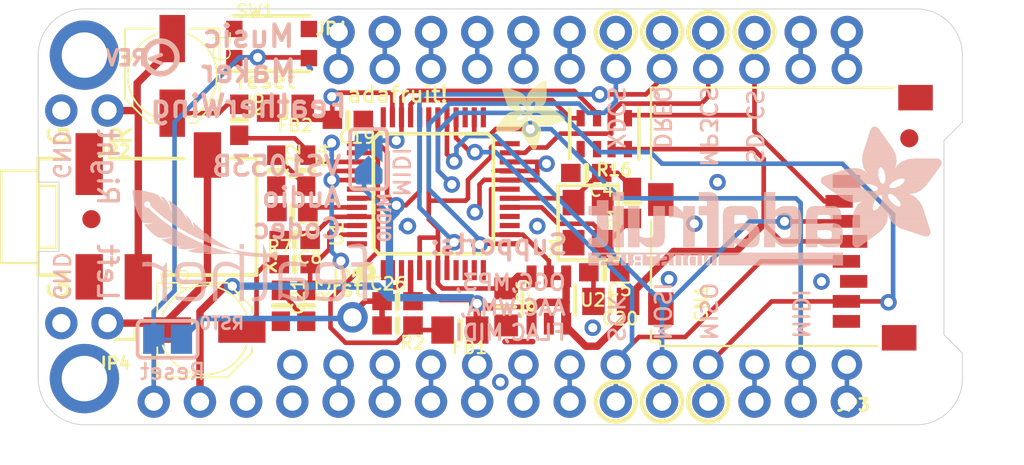
<source format=kicad_pcb>
(kicad_pcb (version 20211014) (generator pcbnew)
  (layers (0 "F.Cu" signal) (31 "B.Cu" signal) (34 "B.Paste" user) (35 "F.Paste" user) (36 "B.SilkS" user "B.Silkscreen") (37 "F.SilkS" user "F.Silkscreen") (38 "B.Mask" user) (39 "F.Mask" user) (44 "Edge.Cuts" user))
  (net 0 "")
  (net 1 "1.8V")
  (net 2 "3.3V")
  (net 3 "GND")
  (net 4 "AVDD")
  (net 5 "AGND")
  (net 6 "N$1")
  (net 7 "N$2")
  (net 8 "GPIO0")
  (net 9 "GPIO1")
  (net 10 "MISO")
  (net 11 "TX")
  (net 12 "MP3_RX")
  (net 13 "DREQ")
  (net 14 "CLKOUT")
  (net 15 "LEFT")
  (net 16 "RIGHT")
  (net 17 "N$5")
  (net 18 "N$6")
  (net 19 "RIGHT_FILTERED")
  (net 20 "LEFT_FILTERED")
  (net 21 "MP3CS")
  (net 22 "XDCS")
  (net 23 "R_OUT")
  (net 24 "L_OUT")
  (net 25 "N$3")
  (net 26 "MP3RST")
  (net 27 "MOSI")
  (net 28 "SCLK")
  (net 29 "SD_CS")
  (net 30 "VBAT")
  (net 31 "N$4")
  (net 32 "USB")
  (net 33 "N$7")
  (net 34 "N$8")
  (net 35 "N$9")
  (net 36 "N$10")
  (net 37 "N$11")
  (net 38 "N$12")
  (net 39 "N$13")
  (net 40 "N$14")
  (net 41 "N$15")
  (net 42 "N$16")
  (net 43 "N$17")
  (net 44 "N$18")
  (net 45 "N$19")
  (net 46 "~{RESET}")
  (footprint "FEATHERWING_NODIM" (layer "F.Cu") (at 123.1011 116.4336)
    (fp_text reference "MS1" hide)
    (fp_text value "FEATHERWING_NODIM" hide)
  )
  (footprint "1X02_ROUND" (layer "F.Cu") (at 125.6411 99.1616 180)
    (fp_text reference "JP2")
    (fp_text value "")
  )
  (footprint "1X02_ROUND" (layer "F.Cu") (at 125.6411 110.8456 180)
    (fp_text reference "JP4")
    (fp_text value "")
  )
  (footprint "0603-NO" (layer "F.Cu") (at 153.2255 102.5906 180)
    (fp_text reference "C4")
    (fp_text value "22pF")
  )
  (footprint "MICROSD" (layer "F.Cu") (at 156.8831 112.0521 90)
    (fp_text reference "CN1")
    (fp_text value "2908-05WB-M6")
  )
  (footprint "0603-NO" (layer "F.Cu") (at 137.1981 107.6071)
    (fp_text reference "R7")
    (fp_text value "100")
  )
  (footprint "0603-NO" (layer "F.Cu") (at 154.2161 108.0516 180)
    (fp_text reference "C5")
    (fp_text value "22pF")
  )
  (footprint "0603-NO" (layer "F.Cu") (at 142.8496 109.6391)
    (fp_text reference "C26")
    (fp_text value "0.1µF")
  )
  (footprint "1X13_ROUND_70" (layer "F.Cu") (at 152.3111 113.1316 180)
    (fp_text reference "JP3")
    (fp_text value "")
  )
  (footprint "PANASONIC_C" (layer "F.Cu") (at 130.4671 97.2566 -90)
    (fp_text reference "C1")
    (fp_text value "220uF")
  )
  (footprint "0603-NO" (layer "F.Cu") (at 142.8496 110.9726 180)
    (fp_text reference "R2")
    (fp_text value "100K")
  )
  (footprint "0805-NO" (layer "F.Cu") (at 136.6901 99.0346 180)
    (fp_text reference "FB2")
    (fp_text value "FERITTE")
  )
  (footprint "0603-NO" (layer "F.Cu") (at 140.1191 99.6696 180)
    (fp_text reference "C19")
    (fp_text value "1µF")
  )
  (footprint "CRYSTAL_3.2X2.5" (layer "F.Cu") (at 153.3271 105.3211 90)
    (fp_text reference "Y1")
    (fp_text value "ABM8G-12.288MHZ-4Y-T3")
  )
  (footprint "LQFP48" (layer "F.Cu") (at 144.8181 103.7336 90)
    (fp_text reference "U1")
    (fp_text value "VS1053B")
  )
  (footprint "BTN_KMR2_4.6X2.8" (layer "F.Cu") (at 135.9281 95.4786)
    (fp_text reference "SW1")
    (fp_text value "KMR2")
  )
  (footprint "0603-NO" (layer "F.Cu") (at 136.4361 109.8931 -90)
    (fp_text reference "C21")
    (fp_text value "10nF")
  )
  (footprint "4UCONN_18510" (layer "F.Cu") (at 123.1011 105.0036)
    (fp_text reference "X1")
    (fp_text value "")
  )
  (footprint "0603-NO" (layer "F.Cu") (at 137.1981 106.2736 180)
    (fp_text reference "C8")
    (fp_text value "1µF")
  )
  (footprint "ADAFRUIT_3.5MM" (layer "F.Cu") (at 148.2471 97.5106 -90)
    (fp_text reference "U$36" hide)
    (fp_text value "" hide)
  )
  (footprint "0603-NO" (layer "F.Cu") (at 137.8331 102.4636 -90)
    (fp_text reference "R4")
    (fp_text value "22")
  )
  (footprint "1X12_ROUND" (layer "F.Cu") (at 153.5811 96.8756)
    (fp_text reference "JP1")
    (fp_text value "")
  )
  (footprint "0603-NO" (layer "F.Cu") (at 155.7401 104.2416 90)
    (fp_text reference "R1")
    (fp_text value "1M")
  )
  (footprint "0805-NO" (layer "F.Cu") (at 146.2786 111.2266 180)
    (fp_text reference "FB1")
    (fp_text value "FERITTE")
  )
  (footprint "FIDUCIAL_1MM" (layer "F.Cu") (at 126.0221 105.1306 -90)
    (fp_text reference "FID2" hide)
    (fp_text value "FIDUCIAL\"\"" hide)
  )
  (footprint "0805-NO" (layer "F.Cu") (at 154.5717 109.6518 180)
    (fp_text reference "C20")
    (fp_text value "10µF")
  )
  (footprint "FIDUCIAL_1MM" (layer "F.Cu") (at 170.9801 100.6856)
    (fp_text reference "FID1" hide)
    (fp_text value "FIDUCIAL\"\"" hide)
  )
  (footprint "RESPACK_4X0603" (layer "F.Cu") (at 154.2161 100.4316 180)
    (fp_text reference "R16")
    (fp_text value "100K")
  )
  (footprint "1X01_ROUND" (layer "F.Cu") (at 140.3731 110.5281)
    (fp_text reference "JP5")
    (fp_text value "")
  )
  (footprint "0603-NO" (layer "F.Cu") (at 136.1821 102.4636 -90)
    (fp_text reference "C22")
    (fp_text value "10nF")
  )
  (footprint "0603-NO" (layer "F.Cu") (at 137.0711 104.7496 180)
    (fp_text reference "C3")
    (fp_text value "1uF")
  )
  (footprint "0603-NO" (layer "F.Cu") (at 137.8331 109.8931 -90)
    (fp_text reference "R3")
    (fp_text value "22")
  )
  (footprint "SOT23-6" (layer "F.Cu") (at 151.1681 109.5756)
    (fp_text reference "U2")
    (fp_text value "AP7312-1833W6-7")
  )
  (footprint "0603-NO" (layer "F.Cu") (at 134.1501 99.6696 -90)
    (fp_text reference "R6")
    (fp_text value "100")
  )
  (footprint "PANASONIC_C" (layer "F.Cu") (at 132.2451 111.2266)
    (fp_text reference "C2")
    (fp_text value "220uF")
  )
  (footprint "_0805MP" (layer "F.Cu") (at 148.8186 109.9566 -90)
    (fp_text reference "C6")
    (fp_text value "10µF")
  )
  (footprint "PCBFEAT-REV-040" (layer "B.Cu") (at 129.8321 96.2406 180)
    (fp_text reference "U$43" hide)
    (fp_text value "" hide)
  )
  (footprint "SOLDERJUMPER_ARROW_NOPASTE" (layer "B.Cu") (at 141.2621 101.8286 90)
    (fp_text reference "MIDI0")
    (fp_text value "")
  )
  (footprint "SOLDERJUMPER_CLOSEDWIRE" (layer "B.Cu") (at 130.2131 111.7346 180)
    (fp_text reference "RST0")
    (fp_text value "")
  )
  (footprint "ADAFRUIT_TEXT_20MM" (layer "B.Cu") (at 172.9105 107.6706 180)
    (fp_text reference "U$55" hide)
    (fp_text value "" hide)
  )
  (footprint "FEATHERLOGO_SMALL" (layer "B.Cu") (at 141.6431 109.7026 180)
    (fp_text reference "U$37" hide)
    (fp_text value "" hide)
  )
  (gr_circle (center 162.4711 94.8436) (end 163.563593 94.8436) (layer "F.SilkS") (width 0.254) (fill none))
  (gr_circle (center 157.3911 115.1636) (end 158.483593 115.1636) (layer "F.SilkS") (width 0.254) (fill none))
  (gr_circle (center 154.8511 115.1636) (end 155.943593 115.1636) (layer "F.SilkS") (width 0.254) (fill none))
  (gr_circle (center 157.3911 94.8436) (end 158.483593 94.8436) (layer "F.SilkS") (width 0.254) (fill none))
  (gr_circle (center 159.9311 115.1636) (end 161.023593 115.1636) (layer "F.SilkS") (width 0.254) (fill none))
  (gr_circle (center 159.9311 94.8436) (end 161.023593 94.8436) (layer "F.SilkS") (width 0.254) (fill none))
  (gr_circle (center 154.8511 94.8436) (end 155.943593 94.8436) (layer "F.SilkS") (width 0.254) (fill none))
  (gr_line (start 124.2441 103.0986) (end 123.1011 103.0986) (layer "Edge.Cuts") (width 0.05))
  (gr_arc (start 123.1011 96.1136) (mid 123.845049 94.317549) (end 125.6411 93.5736) (layer "Edge.Cuts") (width 0.05))
  (gr_line (start 123.1011 103.0986) (end 123.1011 96.1136) (layer "Edge.Cuts") (width 0.05))
  (gr_arc (start 171.3611 93.5736) (mid 173.157151 94.317549) (end 173.9011 96.1136) (layer "Edge.Cuts") (width 0.05))
  (gr_arc (start 125.6411 116.4336) (mid 123.845049 115.689651) (end 123.1011 113.8936) (layer "Edge.Cuts") (width 0.05))
  (gr_line (start 173.9011 112.4966) (end 173.9011 113.8936) (layer "Edge.Cuts") (width 0.05))
  (gr_line (start 125.6411 93.5736) (end 171.3611 93.5736) (layer "Edge.Cuts") (width 0.05))
  (gr_line (start 172.8851 100.8126) (end 172.8851 111.4806) (layer "Edge.Cuts") (width 0.05))
  (gr_line (start 124.2441 106.9086) (end 124.2441 103.0986) (layer "Edge.Cuts") (width 0.05))
  (gr_line (start 173.9011 96.1136) (end 173.9011 99.7966) (layer "Edge.Cuts") (width 0.05))
  (gr_line (start 123.1011 113.8936) (end 123.1011 106.9086) (layer "Edge.Cuts") (width 0.05))
  (gr_line (start 173.9011 99.7966) (end 172.8851 100.8126) (layer "Edge.Cuts") (width 0.05))
  (gr_line (start 172.8851 111.4806) (end 173.9011 112.4966) (layer "Edge.Cuts") (width 0.05))
  (gr_arc (start 173.9011 113.8936) (mid 173.157151 115.689651) (end 171.3611 116.4336) (layer "Edge.Cuts") (width 0.05))
  (gr_line (start 123.1011 106.9086) (end 124.2441 106.9086) (layer "Edge.Cuts") (width 0.05))
  (gr_line (start 171.3611 116.4336) (end 125.6411 116.4336) (layer "Edge.Cuts") (width 0.05))
  (gr_text "MISO" (at 159.9311 110.2106 -90) (layer "B.SilkS") (effects (font (size 0.87376 0.87376) (thickness 0.14224)) (justify mirror)))
  (gr_text "Reset" (at 132.3721 113.5126) (layer "B.SilkS") (effects (font (size 0.87376 0.87376) (thickness 0.14224)) (justify left mirror)))
  (gr_text "MIDI" (at 143.0401 103.9876 -90) (layer "B.SilkS") (effects (font (size 0.87376 0.87376) (thickness 0.14224)) (justify left mirror)))
  (gr_text "MP3CS" (at 159.9311 100.0506 -90) (layer "B.SilkS") (effects (font (size 0.87376 0.87376) (thickness 0.14224)) (justify mirror)))
  (gr_text "DREQ" (at 157.3911 99.5426 -90) (layer "B.SilkS") (effects (font (size 0.87376 0.87376) (thickness 0.14224)) (justify mirror)))
  (gr_text "Right" (at 126.9111 100.0506 -90) (layer "B.SilkS") (effects (font (size 1.0922 1.0922) (thickness 0.1778)) (justify right mirror)))
  (gr_text "GND" (at 124.3711 109.7026 -90) (layer "B.SilkS") (effects (font (size 0.87376 0.87376) (thickness 0.14224)) (justify left mirror)))
  (gr_text "SD CS" (at 162.4711 100.0506 -90) (layer "B.SilkS") (effects (font (size 0.87376 0.87376) (thickness 0.14224)) (justify mirror)))
  (gr_text "MOSI" (at 157.3911 110.2106 -90) (layer "B.SilkS") (effects (font (size 0.87376 0.87376) (thickness 0.14224)) (justify mirror)))
  (gr_text "Music\nMaker\nFeatherWing" (at 134.6581 97.0026) (layer "B.SilkS") (effects (font (size 1.194816 1.194816) (thickness 0.227584)) (justify mirror)))
  (gr_text "MIDI" (at 165.0111 110.3376 -90) (layer "B.SilkS") (effects (font (size 0.87376 0.87376) (thickness 0.14224)) (justify mirror)))
  (gr_text "VS1053B\nAudio\nCodec" (at 139.8651 106.2736) (layer "B.SilkS") (effects (font (size 1.0668 1.0668) (thickness 0.2032)) (justify left bottom mirror)))
  (gr_text "OGG,MP3,\nAAC,WMA,\nFLAC,MIDI" (at 152.1841 111.8616) (layer "B.SilkS") (effects (font (size 0.85344 0.85344) (thickness 0.16256)) (justify left bottom mirror)))
  (gr_text "GND" (at 124.3711 100.1776 -90) (layer "B.SilkS") (effects (font (size 0.87376 0.87376) (thickness 0.14224)) (justify right mirror)))
  (gr_text "XDCS" (at 154.8511 99.5426 -90) (layer "B.SilkS") (effects (font (size 0.87376 0.87376) (thickness 0.14224)) (justify mirror)))
  (gr_text "SCK" (at 154.8511 110.5916 -90) (layer "B.SilkS") (effects (font (size 0.87376 0.87376) (thickness 0.14224)) (justify mirror)))
  (gr_text "Left" (at 126.9111 109.7026 -90) (layer "B.SilkS") (effects (font (size 1.0922 1.0922) (thickness 0.1778)) (justify left mirror)))
  (gr_text "Supports:" (at 152.3111 107.1626) (layer "B.SilkS") (effects (font (size 1.0668 1.0668) (thickness 0.2032)) (justify left bottom mirror)))
  (gr_text "R" (at 127.6731 101.1936 90) (layer "F.SilkS") (effects (font (size 1.0922 1.0922) (thickness 0.1778)) (justify left)))
  (gr_text "rst" (at 139.1031 109.4486) (layer "F.SilkS") (effects (font (size 0.87376 0.87376) (thickness 0.14224)) (justify left bottom)))
  (gr_text "G" (at 124.2441 101.1936 90) (layer "F.SilkS") (effects (font (size 1.0922 1.0922) (thickness 0.1778)) (justify left)))
  (gr_text "G" (at 124.2441 109.7026 90) (layer "F.SilkS") (effects (font (size 1.0922 1.0922) (thickness 0.1778)) (justify left)))
  (gr_text "reset" (at 133.8961 98.0186) (layer "F.SilkS") (effects (font (size 0.87376 0.87376) (thickness 0.14224)) (justify left bottom)))
  (gr_text "adafruit!" (at 139.9921 98.2726) (layer "F.SilkS") (effects (font (size 0.87376 0.87376) (thickness 0.14224)) (justify left)))
  (gr_text "L" (at 127.9271 112.1156 90) (layer "F.SilkS") (effects (font (size 1.0922 1.0922) (thickness 0.1778)) (justify left)))
  (segment (start 144.5681 99.5336) (end 144.5681 104.1146) (width 0.254) (layer "F.Cu") (net 1))
  (segment (start 146.7231 103.9876) (end 146.5961 104.1146) (width 0.254) (layer "F.Cu") (net 1))
  (segment (start 150.2181 108.6206) (end 150.2181 108.2756) (width 0.4064) (layer "F.Cu") (net 1))
  (segment (start 146.7231 103.9876) (end 146.7231 102.9716) (width 0.254) (layer "F.Cu") (net 1))
  (segment (start 146.5961 104.1146) (end 144.5681 104.1146) (width 0.254) (layer "F.Cu") (net 1))
  (segment (start 147.9931 101.1936) (end 148.2031 100.9836) (width 0.254) (layer "F.Cu") (net 1))
  (segment (start 145.0721 106.1466) (end 145.0721 107.9336) (width 0.254) (layer "F.Cu") (net 1))
  (segment (start 144.5681 105.1346) (end 145.0721 105.6386) (width 0.254) (layer "F.Cu") (net 1))
  (segment (start 149.4836 108.2756) (end 150.2181 108.2756) (width 0.4064) (layer "F.Cu") (net 1))
  (segment (start 145.0721 106.1466) (end 145.0721 105.6386) (width 0.254) (layer "F.Cu") (net 1))
  (segment (start 148.2031 100.9836) (end 149.0181 100.9836) (width 0.254) (layer "F.Cu") (net 1))
  (segment (start 144.5681 104.1146) (end 144.5681 105.1346) (width 0.254) (layer "F.Cu") (net 1))
  (segment (start 145.0681 107.9336) (end 145.0681 108.6826) (width 0.254) (layer "F.Cu") (net 1))
  (segment (start 147.9931 101.1936) (end 147.9931 101.7016) (width 0.254) (layer "F.Cu") (net 1))
  (segment (start 145.3261 108.9406) (end 148.8186 108.9406) (width 0.254) (layer "F.Cu") (net 1))
  (segment (start 144.0681 106.1466) (end 145.0721 106.1466) (width 0.254) (layer "F.Cu") (net 1))
  (segment (start 145.0681 108.6826) (end 145.3261 108.9406) (width 0.254) (layer "F.Cu") (net 1))
  (segment (start 145.0721 107.9336) (end 145.0681 107.9336) (width 0.254) (layer "F.Cu") (net 1))
  (segment (start 146.7231 102.9716) (end 147.9931 101.7016) (width 0.254) (layer "F.Cu") (net 1))
  (segment (start 148.8186 108.9406) (end 149.4836 108.2756) (width 0.4064) (layer "F.Cu") (net 1))
  (segment (start 144.0681 107.9336) (end 144.0681 106.1466) (width 0.254) (layer "F.Cu") (net 1))
  (segment (start 143.3061 104.3686) (end 142.7861 104.3686) (width 0.254) (layer "F.Cu") (net 2))
  (segment (start 147.2311 109.7661) (end 147.2311 109.9566) (width 0.4064) (layer "F.Cu") (net 2))
  (segment (start 147.0406 109.5756) (end 147.2311 109.7661) (width 0.254) (layer "F.Cu") (net 2))
  (segment (start 144.0681 99.5336) (end 144.0681 103.6066) (width 0.254) (layer "F.Cu") (net 2))
  (segment (start 149.0181 105.9836) (end 147.9931 105.9836) (width 0.254) (layer "F.Cu") (net 2))
  (segment (start 150.2601 110.8336) (end 150.2181 110.8756) (width 0.4064) (layer "F.Cu") (net 2))
  (segment (start 147.228331 110.772888) (end 147.228331 110.909369) (width 0.254) (layer "F.Cu") (net 2))
  (segment (start 152.1221 109.7026) (end 152.1181 109.6986) (width 0.4064) (layer "F.Cu") (net 2))
  (segment (start 149.0181 105.9836) (end 149.7351 105.9836) (width 0.254) (layer "F.Cu") (net 2))
  (segment (start 163.9466 106.3521) (end 162.9791 105.3846) (width 0.254) (layer "F.Cu") (net 2))
  (segment (start 150.2181 110.8756) (end 150.2181 110.1446) (width 0.4064) (layer "F.Cu") (net 2))
  (segment (start 152.1181 109.6986) (end 152.1181 108.2756) (width 0.4064) (layer "F.Cu") (net 2))
  (segment (start 155.5217 110.429) (end 153.8351 112.1156) (width 0.4064) (layer "F.Cu") (net 2))
  (segment (start 153.2001 112.1156) (end 152.1181 111.0336) (width 0.4064) (layer "F.Cu") (net 2))
  (segment (start 162.4321 101.2816) (end 155.5161 101.2816) (width 0.254) (layer "F.Cu") (net 2))
  (segment (start 151.1681 108.2756) (end 152.1181 108.2756) (width 0.4064) (layer "F.Cu") (net 2))
  (segment (start 155.5217 109.413) (end 155.5217 109.6518) (width 0.4064) (layer "F.Cu") (net 2))
  (segment (start 142.2781 101.4476) (end 141.8971 101.0666) (width 0.254) (layer "F.Cu") (net 2))
  (segment (start 161.4551 106.9086) (end 162.9791 105.3846) (width 0.4064) (layer "F.Cu") (net 2))
  (segment (start 151.1681 107.4166) (end 151.1681 108.2756) (width 0.254) (layer "F.Cu") (net 2))
  (segment (start 131.9911 110.2106) (end 131.9911 115.1636) (width 0.4064) (layer "F.Cu") (net 2))
  (segment (start 152.1181 110.8756) (end 152.1181 109.6986) (width 0.4064) (layer "F.Cu") (net 2))
  (segment (start 147.228331 110.909369) (end 147.2286 110.909369) (width 0.4064) (layer "F.Cu") (net 2))
  (segment (start 145.1991 109.5756) (end 147.0406 109.5756) (width 0.254) (layer "F.Cu") (net 2))
  (segment (start 147.2311 110.770119) (end 147.228331 110.772888) (width 0.254) (layer "F.Cu") (net 2))
  (segment (start 142.2781 101.4476) (end 142.2781 103.8606) (width 0.254) (layer "F.Cu") (net 2))
  (segment (start 162.9791 105.3846) (end 162.9791 101.8286) (width 0.254) (layer "F.Cu") (net 2))
  (segment (start 148.0541 109.9566) (end 150.2601 109.9566) (width 0.254) (layer "F.Cu") (net 2))
  (segment (start 147.9931 103.4836) (end 147.9931 105.9836) (width 0.254) (layer "F.Cu") (net 2))
  (segment (start 150.6601 109.7026) (end 152.1221 109.7026) (width 0.4064) (layer "F.Cu") (net 2))
  (segment (start 149.0181 103.4836) (end 147.9931 103.4836) (width 0.254) (layer "F.Cu") (net 2))
  (segment (start 158.0261 106.9086) (end 161.4551 106.9086) (width 0.4064) (layer "F.Cu") (net 2))
  (segment (start 150.2601 109.9566) (end 150.2601 110.8336) (width 0.4064) (layer "F.Cu") (net 2))
  (segment (start 163.9466 106.3521) (end 167.9231 106.3521) (width 0.254) (layer "F.Cu") (net 2))
  (segment (start 162.9791 101.8286) (end 162.4321 101.2816) (width 0.254) (layer "F.Cu") (net 2))
  (segment (start 149.7351 105.9836) (end 151.1681 107.4166) (width 0.254) (layer "F.Cu") (net 2))
  (segment (start 147.2311 109.9566) (end 147.2311 110.770119) (width 0.4064) (layer "F.Cu") (net 2))
  (segment (start 142.2781 103.8606) (end 142.7861 104.3686) (width 0.254) (layer "F.Cu") (net 2))
  (segment (start 154.6161 101.2816) (end 155.5161 101.2816) (width 0.254) (layer "F.Cu") (net 2))
  (segment (start 153.8351 112.1156) (end 153.2001 112.1156) (width 0.4064) (layer "F.Cu") (net 2))
  (segment (start 141.8971 100.5976) (end 140.9691 99.6696) (width 0.254) (layer "F.Cu") (net 2))
  (segment (start 133.7691 108.8136) (end 133.3881 108.8136) (width 0.4064) (layer "F.Cu") (net 2))
  (segment (start 150.2181 110.1446) (end 150.6601 109.7026) (width 0.4064) (layer "F.Cu") (net 2))
  (segment (start 144.5681 107.9336) (end 144.5681 108.9446) (width 0.254) (layer "F.Cu") (net 2))
  (segment (start 144.5681 108.9446) (end 145.1991 109.5756) (width 0.254) (layer "F.Cu") (net 2))
  (segment (start 144.0681 103.6066) (end 143.3061 104.3686) (width 0.254) (layer "F.Cu") (net 2))
  (segment (start 158.0261 106.9086) (end 155.5217 109.413) (width 0.4064) (layer "F.Cu") (net 2))
  (segment (start 147.2286 110.909369) (end 147.2286 111.2266) (width 0.4064) (layer "F.Cu") (net 2))
  (segment (start 133.3881 108.8136) (end 131.9911 110.2106) (width 0.4064) (layer "F.Cu") (net 2))
  (segment (start 152.1181 111.0336) (end 152.1181 110.8756) (width 0.4064) (layer "F.Cu") (net 2))
  (segment (start 155.5217 110.429) (end 155.5217 109.6518) (width 0.4064) (layer "F.Cu") (net 2))
  (segment (start 148.0541 109.9566) (end 147.2311 109.9566) (width 0.4064) (layer "F.Cu") (net 2))
  (segment (start 152.1181 107.9906) (end 152.1181 108.2756) (width 0.254) (layer "F.Cu") (net 2))
  (segment (start 141.8971 101.0666) (end 141.8971 100.5976) (width 0.254) (layer "F.Cu") (net 2))
  (via (at 133.7691 108.8136) (size 0.9064) (drill 0.5) (layers "F.Cu" "B.Cu") (net 2))
  (via (at 142.7861 104.3686) (size 0.9064) (drill 0.5) (layers "F.Cu" "B.Cu") (net 2))
  (via (at 147.2311 109.7661) (size 0.9064) (drill 0.5) (layers "F.Cu" "B.Cu") (net 2))
  (segment (start 142.4051 105.1306) (end 142.4051 109.4486) (width 0.4064) (layer "B.Cu") (net 2))
  (segment (start 141.0081 103.4796) (end 141.0081 102.5906) (width 0.254) (layer "B.Cu") (net 2))
  (segment (start 142.7861 104.3686) (end 142.7861 104.7496) (width 0.4064) (layer "B.Cu") (net 2))
  (segment (start 142.5321 105.0036) (end 142.4051 105.1306) (width 0.4064) (layer "B.Cu") (net 2))
  (segment (start 141.7701 108.8136) (end 142.4051 109.4486) (width 0.4064) (layer "B.Cu") (net 2))
  (segment (start 146.9136 109.4486) (end 147.2311 109.7661) (width 0.4064) (layer "B.Cu") (net 2))
  (segment (start 141.0081 102.5906) (end 141.2621 102.8446) (width 0.254) (layer "B.Cu") (net 2))
  (segment (start 133.7691 108.8136) (end 141.7701 108.8136) (width 0.4064) (layer "B.Cu") (net 2))
  (segment (start 142.7861 104.7496) (end 142.5321 105.0036) (width 0.4064) (layer "B.Cu") (net 2))
  (segment (start 141.0081 103.4796) (end 142.5321 105.0036) (width 0.254) (layer "B.Cu") (net 2))
  (segment (start 142.4051 109.4486) (end 146.9136 109.4486) (width 0.4064) (layer "B.Cu") (net 2))
  (segment (start 137.6401 99.0346) (end 138.2751 99.6696) (width 0.254) (layer "F.Cu") (net 3))
  (segment (start 143.5681 107.9336) (end 143.5681 109.6391) (width 0.3048) (layer "F.Cu") (net 3))
  (segment (start 148.9981 102.4636) (end 148.1201 102.4636) (width 0.254) (layer "F.Cu") (net 3))
  (segment (start 147.6121 102.9716) (end 147.3581 103.2256) (width 0.254) (layer "F.Cu") (net 3))
  (segment (start 153.6217 108.3072) (end 153.6217 109.6518) (width 0.254) (layer "F.Cu") (net 3))
  (segment (start 150.5331 102.4836) (end 150.5331 101.9836) (width 0.254) (layer "F.Cu") (net 3))
  (segment (start 139.2691 98.4386) (end 139.2301 98.3996) (width 0.254) (layer "F.Cu") (net 3))
  (segment (start 150.5331 102.9836) (end 150.5331 102.4836) (width 0.254) (layer "F.Cu") (net 3))
  (segment (start 150.5331 101.9836) (end 150.7871 101.9836) (width 0.254) (layer "F.Cu") (net 3))
  (segment (start 143.5681 109.6391) (end 143.6996 109.6391) (width 0.3048) (layer "F.Cu") (net 3))
  (segment (start 142.5681 99.5336) (end 142.5681 98.1816) (width 0.254) (layer "F.Cu") (net 3))
  (segment (start 149.0181 102.4836) (end 148.9981 102.4636) (width 0.254) (layer "F.Cu") (net 3))
  (segment (start 149.0181 101.9836) (end 150.5331 101.9836) (width 0.254) (layer "F.Cu") (net 3))
  (segment (start 149.0061 102.9716) (end 147.6121 102.9716) (width 0.254) (layer "F.Cu") (net 3))
  (segment (start 153.3661 108.0516) (end 153.6217 108.3072) (width 0.254) (layer "F.Cu") (net 3))
  (segment (start 139.4481 98.1816) (end 139.2301 98.3996) (width 0.254) (layer "F.Cu") (net 3))
  (segment (start 138.2751 99.6696) (end 139.2691 99.6696) (width 0.254) (layer "F.Cu") (net 3))
  (segment (start 142.5681 98.1816) (end 139.4481 98.1816) (width 0.254) (layer "F.Cu") (net 3))
  (segment (start 151.0411 102.0826) (end 150.8861 102.0826) (width 0.254) (layer "F.Cu") (net 3))
  (segment (start 149.0181 102.4836) (end 150.5331 102.4836) (width 0.254) (layer "F.Cu") (net 3))
  (segment (start 147.3581 103.2256) (end 147.3581 104.6226) (width 0.254) (layer "F.Cu") (net 3))
  (segment (start 139.2691 98.4386) (end 139.2691 99.6696) (width 0.254) (layer "F.Cu") (net 3))
  (segment (start 149.0181 102.9836) (end 150.5331 102.9836) (width 0.254) (layer "F.Cu") (net 3))
  (segment (start 150.8861 102.0826) (end 150.7871 101.9836) (width 0.254) (layer "F.Cu") (net 3))
  (segment (start 149.0181 102.9836) (end 149.0061 102.9716) (width 0.254) (layer "F.Cu") (net 3))
  (segment (start 148.7551 111.8616) (end 150.2791 111.8616) (width 0.3048) (layer "F.Cu") (net 3))
  (via (at 153.5811 111.0996) (size 0.9064) (drill 0.5) (layers "F.Cu" "B.Cu") (net 3))
  (via (at 160.4391 103.0986) (size 0.9064) (drill 0.5) (layers "F.Cu" "B.Cu") (net 3))
  (via (at 166.1541 108.5596) (size 0.9064) (drill 0.5) (layers "F.Cu" "B.Cu") (net 3))
  (via (at 159.1691 105.3846) (size 0.9064) (drill 0.5) (layers "F.Cu" "B.Cu") (net 3))
  (via (at 143.4211 105.5116) (size 0.9064) (drill 0.5) (layers "F.Cu" "B.Cu") (net 3))
  (via (at 139.2301 98.3996) (size 0.9064) (drill 0.5) (layers "F.Cu" "B.Cu") (net 3))
  (via (at 157.7721 108.4326) (size 0.9064) (drill 0.5) (layers "F.Cu" "B.Cu") (net 3))
  (via (at 151.0411 102.0826) (size 0.9064) (drill 0.5) (layers "F.Cu" "B.Cu") (net 3))
  (via (at 148.5011 114.0841) (size 0.9064) (drill 0.5) (layers "F.Cu" "B.Cu") (net 3))
  (via (at 150.5331 105.5116) (size 0.9064) (drill 0.5) (layers "F.Cu" "B.Cu") (net 3))
  (via (at 147.1041 104.7496) (size 0.9064) (drill 0.5) (layers "F.Cu" "B.Cu") (net 3))
  (segment (start 138.0871 96.8756) (end 137.9601 96.7486) (width 0.254) (layer "B.Cu") (net 3))
  (segment (start 143.0401 105.6386) (end 143.0401 105.5116) (width 0.254) (layer "B.Cu") (net 3))
  (segment (start 138.0481 106.1856) (end 138.0481 106.2736) (width 0.254) (layer "F.Cu") (net 4))
  (segment (start 139.1666 109.5121) (end 139.1666 111.0996) (width 0.254) (layer "F.Cu") (net 4))
  (segment (start 142.8106 111.9251) (end 143.6996 111.0361) (width 0.254) (layer "F.Cu") (net 4))
  (segment (start 141.7701 103.9876) (end 141.7701 105.0036) (width 0.254) (layer "F.Cu") (net 4))
  (segment (start 143.6996 111.0361) (end 143.6996 110.9726) (width 0.254) (layer "F.Cu") (net 4))
  (segment (start 139.1666 111.0996) (end 139.9921 111.9251) (width 0.254) (layer "F.Cu") (net 4))
  (segment (start 141.7701 101.8286) (end 141.7701 103.9876) (width 0.254) (layer "F.Cu") (net 4))
  (segment (start 140.6381 105.0036) (end 140.6181 104.9836) (width 0.254) (layer "F.Cu") (net 4))
  (segment (start 141.7701 106.9086) (end 139.1666 109.5121) (width 0.254) (layer "F.Cu") (net 4))
  (segment (start 140.6381 105.0036) (end 139.2301 105.0036) (width 0.254) (layer "F.Cu") (net 4))
  (segment (start 140.6181 101.4836) (end 141.4251 101.4836) (width 0.254) (layer "F.Cu") (net 4))
  (segment (start 141.7701 106.9086) (end 141.7701 105.0036) (width 0.254) (layer "F.Cu") (net 4))
  (segment (start 139.2301 105.0036) (end 138.0481 106.1856) (width 0.254) (layer "F.Cu") (net 4))
  (segment (start 143.9536 111.2266) (end 145.3286 111.2266) (width 0.254) (layer "F.Cu") (net 4))
  (segment (start 141.7661 103.9836) (end 141.7701 103.9876) (width 0.254) (layer "F.Cu") (net 4))
  (segment (start 140.6181 103.9836) (end 141.7661 103.9836) (width 0.254) (layer "F.Cu") (net 4))
  (segment (start 143.6996 110.9726) (end 143.9536 111.2266) (width 0.254) (layer "F.Cu") (net 4))
  (segment (start 139.9921 111.9251) (end 142.8106 111.9251) (width 0.254) (layer "F.Cu") (net 4))
  (segment (start 141.4251 101.4836) (end 141.7701 101.8286) (width 0.254) (layer "F.Cu") (net 4))
  (segment (start 141.7701 105.0036) (end 140.6381 105.0036) (width 0.254) (layer "F.Cu") (net 4))
  (segment (start 139.7741 105.9836) (end 139.7381 106.0196) (width 0.254) (layer "F.Cu") (net 5))
  (segment (start 140.6181 102.4836) (end 139.3571 102.4836) (width 0.254) (layer "F.Cu") (net 5))
  (segment (start 140.6181 105.9836) (end 139.7741 105.9836) (width 0.254) (layer "F.Cu") (net 5))
  (segment (start 140.6181 102.9836) (end 139.2301 102.9836) (width 0.254) (layer "F.Cu") (net 5))
  (segment (start 139.3571 102.4836) (end 139.3571 102.5906) (width 0.254) (layer "F.Cu") (net 5))
  (via (at 139.7381 107.4286) (size 0.9064) (drill 0.5) (layers "F.Cu" "B.Cu") (net 5))
  (via (at 139.2301 100.9396) (size 0.9064) (drill 0.5) (layers "F.Cu" "B.Cu") (net 5))
  (via (at 139.2301 102.9836) (size 0.9064) (drill 0.5) (layers "F.Cu" "B.Cu") (net 5))
  (segment (start 139.2301 102.9836) (end 139.2301 106.9206) (width 0.254) (layer "B.Cu") (net 5))
  (segment (start 139.2301 100.9396) (end 139.2301 102.9836) (width 0.254) (layer "B.Cu") (net 5))
  (segment (start 139.2301 106.9206) (end 139.7381 107.4286) (width 0.254) (layer "B.Cu") (net 5))
  (segment (start 151.6761 105.3846) (end 153.5811 105.3846) (width 0.254) (layer "F.Cu") (net 6))
  (segment (start 149.0181 104.4836) (end 150.7751 104.4836) (width 0.254) (layer "F.Cu") (net 6))
  (segment (start 154.1271 107.1126) (end 155.0661 108.0516) (width 0.254) (layer "F.Cu") (net 6))
  (segment (start 150.7751 104.4836) (end 151.6761 105.3846) (width 0.254) (layer "F.Cu") (net 6))
  (segment (start 154.1271 105.9306) (end 154.1271 106.4211) (width 0.254) (layer "F.Cu") (net 6))
  (segment (start 154.4106 106.4211) (end 154.1271 106.4211) (width 0.254) (layer "F.Cu") (net 6))
  (segment (start 154.1271 106.4211) (end 154.1271 107.1126) (width 0.254) (layer "F.Cu") (net 6))
  (segment (start 155.7401 105.0916) (end 154.4106 106.4211) (width 0.254) (layer "F.Cu") (net 6))
  (segment (start 153.5811 105.3846) (end 154.1271 105.9306) (width 0.254) (layer "F.Cu") (net 6))
  (segment (start 154.0755 102.5906) (end 153.9621 102.5906) (width 0.254) (layer "F.Cu") (net 7))
  (segment (start 152.8191 103.9291) (end 152.5271 104.2211) (width 0.254) (layer "F.Cu") (net 7))
  (segment (start 154.9391 102.5906) (end 155.7401 103.3916) (width 0.254) (layer "F.Cu") (net 7))
  (segment (start 154.0755 102.5906) (end 154.9391 102.5906) (width 0.254) (layer "F.Cu") (net 7))
  (segment (start 152.8191 103.7336) (end 152.8191 103.9291) (width 0.254) (layer "F.Cu") (net 7))
  (segment (start 149.0181 103.9836) (end 152.2896 103.9836) (width 0.254) (layer "F.Cu") (net 7))
  (segment (start 152.2896 103.9836) (end 152.5271 104.2211) (width 0.254) (layer "F.Cu") (net 7))
  (segment (start 153.9621 102.5906) (end 152.8191 103.7336) (width 0.254) (layer "F.Cu") (net 7))
  (segment (start 151.3531 98.5901) (end 152.3446 99.5816) (width 0.254) (layer "F.Cu") (net 8))
  (segment (start 143.8021 98.5901) (end 143.5681 98.8241) (width 0.254) (layer "F.Cu") (net 8))
  (segment (start 143.8021 98.5901) (end 151.3531 98.5901) (width 0.254) (layer "F.Cu") (net 8))
  (segment (start 143.5681 98.8241) (end 143.5681 99.5336) (width 0.254) (layer "F.Cu") (net 8))
  (segment (start 152.3446 99.5816) (end 152.9161 99.5816) (width 0.254) (layer "F.Cu") (net 8))
  (segment (start 143.4211 98.0821) (end 143.0681 98.4351) (width 0.254) (layer "F.Cu") (net 9))
  (segment (start 152.5651 98.0821) (end 153.8161 99.3331) (width 0.254) (layer "F.Cu") (net 9))
  (segment (start 143.0681 99.5336) (end 143.0681 100.4036) (width 0.254) (layer "F.Cu") (net 9))
  (segment (start 143.4211 98.0821) (end 152.5651 98.0821) (width 0.254) (layer "F.Cu") (net 9))
  (segment (start 153.8161 99.3331) (end 153.8161 99.5816) (width 0.254) (layer "F.Cu") (net 9))
  (segment (start 143.0681 98.4351) (end 143.0681 99.5336) (width 0.254) (layer "F.Cu") (net 9))
  (segment (start 143.0401 100.5586) (end 142.7861 100.8126) (width 0.254) (layer "F.Cu") (net 9))
  (segment (start 143.0681 100.4036) (end 143.0401 100.4316) (width 0.254) (layer "F.Cu") (net 9))
  (segment (start 143.0401 100.4316) (end 143.0401 100.5586) (width 0.254) (layer "F.Cu") (net 9))
  (via (at 142.7861 100.8126) (size 0.9064) (drill 0.5) (layers "F.Cu" "B.Cu") (net 9))
  (segment (start 141.2621 100.8126) (end 142.7861 100.8126) (width 0.254) (layer "B.Cu") (net 9))
  (segment (start 159.9311 113.1316) (end 163.4106 109.6521) (width 0.254) (layer "F.Cu") (net 10))
  (segment (start 167.5231 109.6521) (end 169.7866 109.6521) (width 0.254) (layer "F.Cu") (net 10))
  (segment (start 163.4106 109.6521) (end 167.5231 109.6521) (width 0.254) (layer "F.Cu") (net 10))
  (segment (start 145.0681 102.4596) (end 145.8341 103.2256) (width 0.254) (layer "F.Cu") (net 10))
  (segment (start 169.8371 109.7026) (end 169.8241 109.7156) (width 0.254) (layer "F.Cu") (net 10))
  (segment (start 145.0681 99.5336) (end 145.0681 102.4596) (width 0.254) (layer "F.Cu") (net 10))
  (segment (start 169.7866 109.6521) (end 169.8371 109.7026) (width 0.254) (layer "F.Cu") (net 10))
  (via (at 145.8341 103.2256) (size 0.9064) (drill 0.5) (layers "F.Cu" "B.Cu") (net 10))
  (via (at 169.8371 109.7026) (size 0.9064) (drill 0.5) (layers "F.Cu" "B.Cu") (net 10))
  (segment (start 153.9621 101.4476) (end 156.7561 101.4476) (width 0.254) (layer "B.Cu") (net 10))
  (segment (start 170.0911 109.4486) (end 169.8371 109.7026) (width 0.254) (layer "B.Cu") (net 10))
  (segment (start 156.7561 101.4476) (end 157.3911 102.0826) (width 0.254) (layer "B.Cu") (net 10))
  (segment (start 170.0911 104.8766) (end 170.0911 109.4486) (width 0.254) (layer "B.Cu") (net 10))
  (segment (start 167.2971 102.0826) (end 170.0911 104.8766) (width 0.254) (layer "B.Cu") (net 10))
  (segment (start 159.9311 113.1316) (end 159.9311 115.1636) (width 0.254) (layer "B.Cu") (net 10))
  (segment (start 151.8031 99.2886) (end 153.9621 101.4476) (width 0.254) (layer "B.Cu") (net 10))
  (segment (start 145.0721 100.3046) (end 146.0881 99.2886) (width 0.254) (layer "B.Cu") (net 10))
  (segment (start 157.3911 102.0826) (end 167.2971 102.0826) (width 0.254) (layer "B.Cu") (net 10))
  (segment (start 145.0721 102.4636) (end 145.0721 100.3046) (width 0.254) (layer "B.Cu") (net 10))
  (segment (start 146.0881 99.2886) (end 151.8031 99.2886) (width 0.254) (layer "B.Cu") (net 10))
  (segment (start 145.8341 103.2256) (end 145.0721 102.4636) (width 0.254) (layer "B.Cu") (net 10))
  (segment (start 147.0681 100.3956) (end 147.0681 99.5336) (width 0.254) (layer "F.Cu") (net 12))
  (segment (start 147.8661 100.5586) (end 148.2471 100.1776) (width 0.254) (layer "F.Cu") (net 12))
  (segment (start 147.2311 100.5586) (end 147.0681 100.3956) (width 0.254) (layer "F.Cu") (net 12))
  (segment (start 148.2471 100.1776) (end 150.1521 100.1776) (width 0.254) (layer "F.Cu") (net 12))
  (segment (start 147.8661 100.5586) (end 147.2311 100.5586) (width 0.254) (layer "F.Cu") (net 12))
  (via (at 150.1521 100.1776) (size 0.9064) (drill 0.5) (layers "F.Cu" "B.Cu") (net 12))
  (segment (start 155.1051 103.9876) (end 151.2951 100.1776) (width 0.254) (layer "B.Cu") (net 12))
  (segment (start 151.2951 100.1776) (end 150.1521 100.1776) (width 0.254) (layer "B.Cu") (net 12))
  (segment (start 165.0111 113.1316) (end 165.0111 115.1636) (width 0.254) (layer "B.Cu") (net 12))
  (segment (start 165.0111 104.2416) (end 165.0111 113.1316) (width 0.254) (layer "B.Cu") (net 12))
  (segment (start 155.1051 103.9876) (end 164.7571 103.9876) (width 0.254) (layer "B.Cu") (net 12))
  (segment (start 164.7571 103.9876) (end 165.0111 104.2416) (width 0.254) (layer "B.Cu") (net 12))
  (segment (start 145.5681 107.9336) (end 145.5681 106.7936) (width 0.254) (layer "F.Cu") (net 13))
  (segment (start 153.9621 98.2726) (end 156.5021 98.2726) (width 0.254) (layer "F.Cu") (net 13))
  (segment (start 157.3911 97.3836) (end 157.3911 96.8756) (width 0.254) (layer "F.Cu") (net 13))
  (segment (start 156.5021 98.2726) (end 157.3911 97.3836) (width 0.254) (layer "F.Cu") (net 13))
  (segment (start 145.5681 106.7936) (end 145.9611 106.4006) (width 0.254) (layer "F.Cu") (net 13))
  (via (at 145.9611 106.4006) (size 0.9064) (drill 0.5) (layers "F.Cu" "B.Cu") (net 13))
  (via (at 153.9621 98.2726) (size 0.9064) (drill 0.5) (layers "F.Cu" "B.Cu") (net 13))
  (segment (start 144.3101 98.2726) (end 153.9621 98.2726) (width 0.254) (layer "B.Cu") (net 13))
  (segment (start 145.9611 106.4006) (end 144.0561 104.4956) (width 0.254) (layer "B.Cu") (net 13))
  (segment (start 144.0561 98.5266) (end 144.3101 98.2726) (width 0.254) (layer "B.Cu") (net 13))
  (segment (start 157.3911 94.8436) (end 157.3911 96.8756) (width 0.254) (layer "B.Cu") (net 13))
  (segment (start 144.0561 104.4956) (end 144.0561 98.5266) (width 0.254) (layer "B.Cu") (net 13))
  (segment (start 139.1031 106.7816) (end 138.2776 107.6071) (width 0.254) (layer "F.Cu") (net 15))
  (segment (start 139.1031 105.8926) (end 139.1031 106.7816) (width 0.254) (layer "F.Cu") (net 15))
  (segment (start 138.0481 108.8281) (end 138.0481 107.6071) (width 0.254) (layer "F.Cu") (net 15))
  (segment (start 140.6181 105.4836) (end 139.5121 105.4836) (width 0.254) (layer "F.Cu") (net 15))
  (segment (start 137.8331 109.0431) (end 138.0481 108.8281) (width 0.254) (layer "F.Cu") (net 15))
  (segment (start 138.2776 107.6071) (end 138.0481 107.6071) (width 0.254) (layer "F.Cu") (net 15))
  (segment (start 139.5121 105.4836) (end 139.1031 105.8926) (width 0.254) (layer "F.Cu") (net 15))
  (segment (start 134.4431 100.6856) (end 134.2771 100.5196) (width 0.254) (layer "F.Cu") (net 16))
  (segment (start 134.2771 100.5196) (end 134.1501 100.5196) (width 0.254) (layer "F.Cu") (net 16))
  (segment (start 140.6181 101.9836) (end 138.2031 101.9836) (width 0.254) (layer "F.Cu") (net 16))
  (segment (start 137.8331 101.3206) (end 137.1981 100.6856) (width 0.254) (layer "F.Cu") (net 16))
  (segment (start 137.8331 101.6136) (end 137.8331 101.3206) (width 0.254) (layer "F.Cu") (net 16))
  (segment (start 138.2031 101.9836) (end 137.8331 101.6136) (width 0.254) (layer "F.Cu") (net 16))
  (segment (start 137.1981 100.6856) (end 134.4431 100.6856) (width 0.254) (layer "F.Cu") (net 16))
  (segment (start 136.4361 109.0431) (end 137.8331 110.7431) (width 0.254) (layer "F.Cu") (net 17))
  (segment (start 136.3091 101.5746) (end 136.1431 101.5746) (width 0.254) (layer "F.Cu") (net 18))
  (segment (start 136.3091 101.5746) (end 136.3091 101.7896) (width 0.254) (layer "F.Cu") (net 18))
  (segment (start 136.1431 101.5746) (end 136.1821 101.6136) (width 0.254) (layer "F.Cu") (net 18))
  (segment (start 136.3091 101.7896) (end 137.8331 103.3136) (width 0.254) (layer "F.Cu") (net 18))
  (segment (start 133.0251 99.3066) (end 130.4671 99.3066) (width 0.254) (layer "F.Cu") (net 19))
  (segment (start 133.0251 99.3066) (end 133.5121 98.8196) (width 0.254) (layer "F.Cu") (net 19))
  (segment (start 133.5121 98.8196) (end 134.1501 98.8196) (width 0.254) (layer "F.Cu") (net 19))
  (segment (start 135.1026 110.4191) (end 134.2951 111.2266) (width 0.254) (layer "F.Cu") (net 20))
  (segment (start 135.6106 107.6071) (end 136.3481 107.6071) (width 0.254) (layer "F.Cu") (net 20))
  (segment (start 135.6106 107.6071) (end 135.1026 108.1151) (width 0.254) (layer "F.Cu") (net 20))
  (segment (start 135.1026 108.1151) (end 135.1026 110.4191) (width 0.254) (layer "F.Cu") (net 20))
  (segment (start 159.9311 98.3996) (end 159.9311 96.8756) (width 0.254) (layer "F.Cu") (net 21))
  (segment (start 154.5971 99.6006) (end 154.6161 99.5816) (width 0.254) (layer "F.Cu") (net 21))
  (segment (start 154.6161 99.2696) (end 154.6161 99.5816) (width 0.254) (layer "F.Cu") (net 21))
  (segment (start 155.1051 98.7806) (end 154.6161 99.2696) (width 0.254) (layer "F.Cu") (net 21))
  (segment (start 150.1521 101.1936) (end 151.0411 101.1936) (width 0.254) (layer "F.Cu") (net 21))
  (segment (start 151.8031 100.4316) (end 154.5971 100.4316) (width 0.254) (layer "F.Cu") (net 21))
  (segment (start 155.1051 98.7806) (end 159.5501 98.7806) (width 0.254) (layer "F.Cu") (net 21))
  (segment (start 151.0411 101.1936) (end 151.8031 100.4316) (width 0.254) (layer "F.Cu") (net 21))
  (segment (start 149.0181 101.4836) (end 149.8621 101.4836) (width 0.254) (layer "F.Cu") (net 21))
  (segment (start 149.8621 101.4836) (end 150.1521 101.1936) (width 0.254) (layer "F.Cu") (net 21))
  (segment (start 159.5501 98.7806) (end 159.9311 98.3996) (width 0.254) (layer "F.Cu") (net 21))
  (segment (start 154.5971 100.4316) (end 154.5971 99.6006) (width 0.254) (layer "F.Cu") (net 21))
  (segment (start 159.9311 94.8436) (end 159.9311 96.8756) (width 0.254) (layer "B.Cu") (net 21))
  (segment (start 147.5241 106.5276) (end 147.3581 106.5276) (width 0.254) (layer "F.Cu") (net 22))
  (segment (start 149.0181 106.4836) (end 147.5681 106.4836) (width 0.254) (layer "F.Cu") (net 22))
  (segment (start 147.5681 106.4836) (end 147.5241 106.5276) (width 0.254) (layer "F.Cu") (net 22))
  (via (at 147.3581 106.5276) (size 0.9064) (drill 0.5) (layers "F.Cu" "B.Cu") (net 22))
  (segment (start 147.3581 106.5276) (end 147.3581 106.2736) (width 0.254) (layer "B.Cu") (net 22))
  (segment (start 152.8191 98.7806) (end 153.3271 99.2886) (width 0.254) (layer "B.Cu") (net 22))
  (segment (start 154.2161 99.2886) (end 154.8511 98.6536) (width 0.254) (layer "B.Cu") (net 22))
  (segment (start 144.5641 99.9236) (end 145.7071 98.7806) (width 0.254) (layer "B.Cu") (net 22))
  (segment (start 144.5641 103.4796) (end 144.5641 99.9236) (width 0.254) (layer "B.Cu") (net 22))
  (segment (start 153.3271 99.2886) (end 154.2161 99.2886) (width 0.254) (layer "B.Cu") (net 22))
  (segment (start 147.3581 106.2736) (end 144.5641 103.4796) (width 0.254) (layer "B.Cu") (net 22))
  (segment (start 154.8511 94.8436) (end 154.8511 96.8756) (width 0.254) (layer "B.Cu") (net 22))
  (segment (start 145.7071 98.7806) (end 152.8191 98.7806) (width 0.254) (layer "B.Cu") (net 22))
  (segment (start 154.8511 98.6536) (end 154.8511 96.8756) (width 0.254) (layer "B.Cu") (net 22))
  (segment (start 126.9111 99.1616) (end 128.5376 99.1616) (width 0.4064) (layer "F.Cu") (net 23))
  (segment (start 128.6011 108.3036) (end 128.6011 99.2251) (width 0.4064) (layer "F.Cu") (net 23))
  (segment (start 130.4671 95.7326) (end 130.4671 95.2066) (width 0.4064) (layer "F.Cu") (net 23))
  (segment (start 128.5376 99.1616) (end 128.5376 97.6621) (width 0.4064) (layer "F.Cu") (net 23))
  (segment (start 128.5376 97.6621) (end 130.4671 95.7326) (width 0.4064) (layer "F.Cu") (net 23))
  (segment (start 128.5376 99.1616) (end 128.6011 99.2251) (width 0.4064) (layer "F.Cu") (net 23))
  (segment (start 129.8141 110.8456) (end 130.1951 111.2266) (width 0.4064) (layer "F.Cu") (net 24))
  (segment (start 130.1951 110.7186) (end 130.1951 111.2266) (width 0.4064) (layer "F.Cu") (net 24))
  (segment (start 126.9111 110.8456) (end 129.8141 110.8456) (width 0.4064) (layer "F.Cu") (net 24))
  (segment (start 132.4011 101.6036) (end 132.4011 108.5126) (width 0.4064) (layer "F.Cu") (net 24))
  (segment (start 132.4011 108.5126) (end 130.1951 110.7186) (width 0.4064) (layer "F.Cu") (net 24))
  (segment (start 138.1871 104.4836) (end 137.9211 104.7496) (width 0.254) (layer "F.Cu") (net 25))
  (segment (start 140.6181 104.4836) (end 138.1871 104.4836) (width 0.254) (layer "F.Cu") (net 25))
  (segment (start 142.8496 108.8771) (end 142.3806 108.8771) (width 0.254) (layer "F.Cu") (net 26))
  (segment (start 142.3806 108.8771) (end 141.9996 109.2581) (width 0.254) (layer "F.Cu") (net 26))
  (segment (start 140.3731 110.3376) (end 140.3731 110.5281) (width 0.3048) (layer "F.Cu") (net 26))
  (segment (start 141.9996 109.2581) (end 141.9996 109.6391) (width 0.254) (layer "F.Cu") (net 26))
  (segment (start 141.9996 109.6391) (end 141.9996 110.9726) (width 0.3048) (layer "F.Cu") (net 26))
  (segment (start 143.0681 107.9336) (end 143.0681 108.6586) (width 0.254) (layer "F.Cu") (net 26))
  (segment (start 141.0716 109.6391) (end 140.3731 110.3376) (width 0.3048) (layer "F.Cu") (net 26))
  (segment (start 143.0681 108.6586) (end 142.8496 108.8771) (width 0.254) (layer "F.Cu") (net 26))
  (segment (start 141.0716 109.6391) (end 141.9996 109.6391) (width 0.3048) (layer "F.Cu") (net 26))
  (segment (start 140.1191 110.5916) (end 132.1181 110.5916) (width 0.3048) (layer "B.Cu") (net 26))
  (segment (start 140.3096 110.5916) (end 140.3731 110.5281) (width 0.254) (layer "B.Cu") (net 26))
  (segment (start 140.1191 110.5916) (end 140.3096 110.5916) (width 0.254) (layer "B.Cu") (net 26))
  (segment (start 132.1181 110.5916) (end 130.9751 111.7346) (width 0.3048) (layer "B.Cu") (net 26))
  (segment (start 145.5681 101.5626) (end 145.9611 101.9556) (width 0.254) (layer "F.Cu") (net 27))
  (segment (start 145.5681 99.5336) (end 145.5681 101.5626) (width 0.254) (layer "F.Cu") (net 27))
  (segment (start 164.1221 105.2576) (end 167.5176 105.2576) (width 0.254) (layer "F.Cu") (net 27))
  (segment (start 167.5176 105.2576) (end 167.5231 105.2521) (width 0.254) (layer "F.Cu") (net 27))
  (via (at 164.1221 105.2576) (size 0.9064) (drill 0.5) (layers "F.Cu" "B.Cu") (net 27))
  (via (at 145.9611 101.9556) (size 0.9064) (drill 0.5) (layers "F.Cu" "B.Cu") (net 27))
  (segment (start 157.3911 113.1316) (end 157.3911 110.0836) (width 0.254) (layer "B.Cu") (net 27))
  (segment (start 148.2471 100.5586) (end 157.3911 109.7026) (width 0.254) (layer "B.Cu") (net 27))
  (segment (start 146.0881 101.1936) (end 146.7231 100.5586) (width 0.254) (layer "B.Cu") (net 27))
  (segment (start 162.2171 105.2576) (end 164.1221 105.2576) (width 0.254) (layer "B.Cu") (net 27))
  (segment (start 146.0881 101.8286) (end 146.0881 101.1936) (width 0.254) (layer "B.Cu") (net 27))
  (segment (start 146.7231 100.5586) (end 148.2471 100.5586) (width 0.254) (layer "B.Cu") (net 27))
  (segment (start 145.9611 101.9556) (end 146.0881 101.8286) (width 0.254) (layer "B.Cu") (net 27))
  (segment (start 157.3911 113.1316) (end 157.3911 115.1636) (width 0.254) (layer "B.Cu") (net 27))
  (segment (start 157.3911 109.7026) (end 157.3911 110.0836) (width 0.254) (layer "B.Cu") (net 27))
  (segment (start 157.3911 110.0836) (end 162.2171 105.2576) (width 0.254) (layer "B.Cu") (net 27))
  (segment (start 162.8166 107.4521) (end 167.5231 107.4521) (width 0.254) (layer "F.Cu") (net 28))
  (segment (start 146.0681 100.6656) (end 146.8501 101.4476) (width 0.254) (layer "F.Cu") (net 28))
  (segment (start 154.8511 112.8776) (end 154.8511 113.1316) (width 0.254) (layer "F.Cu") (net 28))
  (segment (start 158.6611 111.6076) (end 156.1211 111.6076) (width 0.254) (layer "F.Cu") (net 28))
  (segment (start 146.8501 101.4476) (end 147.1041 101.4476) (width 0.254) (layer "F.Cu") (net 28))
  (segment (start 156.1211 111.6076) (end 154.8511 112.8776) (width 0.254) (layer "F.Cu") (net 28))
  (segment (start 158.6611 111.6076) (end 162.8166 107.4521) (width 0.254) (layer "F.Cu") (net 28))
  (segment (start 146.0681 99.5336) (end 146.0681 100.6656) (width 0.254) (layer "F.Cu") (net 28))
  (via (at 147.1041 101.4476) (size 0.9064) (drill 0.5) (layers "F.Cu" "B.Cu") (net 28))
  (segment (start 148.2471 101.4476) (end 155.7401 108.9406) (width 0.254) (layer "B.Cu") (net 28))
  (segment (start 155.7401 111.9886) (end 154.8511 112.8776) (width 0.254) (layer "B.Cu") (net 28))
  (segment (start 155.7401 108.9406) (end 155.7401 111.9886) (width 0.254) (layer "B.Cu") (net 28))
  (segment (start 154.8511 112.8776) (end 154.8511 113.1316) (width 0.254) (layer "B.Cu") (net 28))
  (segment (start 147.1041 101.4476) (end 148.2471 101.4476) (width 0.254) (layer "B.Cu") (net 28))
  (segment (start 154.8511 113.1316) (end 154.8511 115.1636) (width 0.254) (layer "B.Cu") (net 28))
  (segment (start 162.4711 99.4156) (end 162.4711 100.3046) (width 0.254) (layer "F.Cu") (net 29))
  (segment (start 155.6821 99.4156) (end 162.4711 99.4156) (width 0.254) (layer "F.Cu") (net 29))
  (segment (start 166.3186 104.1521) (end 167.1231 104.1521) (width 0.254) (layer "F.Cu") (net 29))
  (segment (start 155.6821 99.4156) (end 155.5161 99.5816) (width 0.254) (layer "F.Cu") (net 29))
  (segment (start 162.4711 100.3046) (end 166.3186 104.1521) (width 0.254) (layer "F.Cu") (net 29))
  (segment (start 162.4711 99.4156) (end 162.4711 96.8756) (width 0.254) (layer "F.Cu") (net 29))
  (segment (start 162.4711 94.8436) (end 162.4711 96.8756) (width 0.254) (layer "B.Cu") (net 29))
  (segment (start 139.6111 94.8436) (end 139.6111 96.8756) (width 0.254) (layer "B.Cu") (net 30))
  (segment (start 142.1511 94.8436) (end 142.1511 96.8756) (width 0.254) (layer "B.Cu") (net 31))
  (segment (start 144.6911 94.8436) (end 144.6911 96.8756) (width 0.254) (layer "B.Cu") (net 32))
  (segment (start 147.2311 94.8436) (end 147.2311 96.8756) (width 0.254) (layer "B.Cu") (net 33))
  (segment (start 149.7711 94.8436) (end 149.7711 96.8756) (width 0.254) (layer "B.Cu") (net 34))
  (segment (start 152.3111 94.8436) (end 152.3111 96.8756) (width 0.254) (layer "B.Cu") (net 35))
  (segment (start 165.0111 94.8436) (end 165.0111 96.8756) (width 0.254) (layer "B.Cu") (net 36))
  (segment (start 167.5511 94.8436) (end 167.5511 96.8756) (width 0.254) (layer "B.Cu") (net 37))
  (segment (start 167.5511 113.1316) (end 167.5511 115.1636) (width 0.254) (layer "B.Cu") (net 38))
  (segment (start 162.4711 113.1316) (end 162.4711 115.1636) (width 0.254) (layer "B.Cu") (net 39))
  (segment (start 152.3111 113.1316) (end 152.3111 115.1636) (width 0.254) (layer "B.Cu") (net 40))
  (segment (start 149.7711 113.1316) (end 149.7711 115.1636) (width 0.254) (layer "B.Cu") (net 41))
  (segment (start 147.2311 113.1316) (end 147.2311 115.1636) (width 0.254) (layer "B.Cu") (net 42))
  (segment (start 144.6911 113.1316) (end 144.6911 115.1636) (width 0.254) (layer "B.Cu") (net 43))
  (segment (start 142.1511 113.1316) (end 142.1511 115.1636) (width 0.254) (layer "B.Cu") (net 44))
  (segment (start 139.6111 113.1316) (end 139.6111 115.1636) (width 0.254) (layer "B.Cu") (net 45))
  (segment (start 134.1121 96.2786) (end 134.1501 96.2406) (width 0.254) (layer "F.Cu") (net 46))
  (segment (start 137.9401 96.2406) (end 135.1661 96.2406) (width 0.254) (layer "F.Cu") (net 46))
  (segment (start 134.1121 96.2786) (end 133.8781 96.2786) (width 0.254) (layer "F.Cu") (net 46))
  (segment (start 134.1501 96.2406) (end 135.1661 96.2406) (width 0.254) (layer "F.Cu") (net 46))
  (segment (start 137.9781 96.2786) (end 137.9401 96.2406) (width 0.254) (layer "F.Cu") (net 46))
  (via (at 135.1661 96.2406) (size 0.9064) (drill 0.5) (layers "F.Cu" "B.Cu") (net 46))
  (segment (start 129.4511 111.7346) (end 129.4511 115.1636) (width 0.254) (layer "B.Cu") (net 46))
  (segment (start 129.4511 110.2106) (end 130.5941 109.0676) (width 0.254) (layer "B.Cu") (net 46))
  (segment (start 130.5941 99.7966) (end 134.1501 96.2406) (width 0.254) (layer "B.Cu") (net 46))
  (segment (start 129.4511 111.7346) (end 129.4511 110.2106) (width 0.254) (layer "B.Cu") (net 46))
  (segment (start 134.1501 96.2406) (end 135.1661 96.2406) (width 0.254) (layer "B.Cu") (net 46))
  (segment (start 130.5941 109.0676) (end 130.5941 99.7966) (width 0.254) (layer "B.Cu") (net 46))
)
</source>
